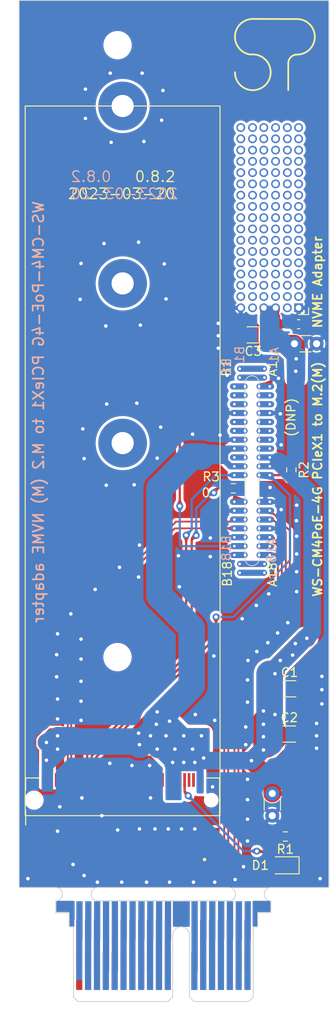
<source format=kicad_pcb>
(kicad_pcb (version 20221018) (generator pcbnew)
  (title_block (title "WS-CM4-PoE-4G PCIeX1 to M.2 (M) NVME adapter") (date "2023-03-20") (rev "0.8.2") (company "Sönke J. Peters"))
  (layers (0 "F.Cu" signal) (31 "B.Cu" signal) (34 "B.Paste" user) (35 "F.Paste" user) (36 "B.SilkS" user "B.Silkscreen") (37 "F.SilkS" user "F.Silkscreen") (38 "B.Mask" user) (39 "F.Mask" user) (44 "Edge.Cuts" user))
  (net 0 "")
  (net 1 "+3.3V")
  (net 2 "GND")
  (net 8 "Net-(J1-~{PERST})")
  (net 9 "/REFCLK_P")
  (net 10 "/REFCLK_N")
  (net 11 "/PER0_P")
  (net 12 "/PER0_N")
  (net 18 "/PET0_P")
  (net 19 "/PET0_N")
  (net 39 "Net-(J1-~{CLKREQ})")
  (net 40 "Net-(J1-~{PEWAKE})")
  (net 46 "Net-(J2-~{PRSNT1})")
  (net 47 "Net-(J2-+12V-PadA2)")
  (net 55 "/pciex1_edgeconn/A1")
  (net 56 "/pciex1_edgeconn/A2")
  (net 57 "/pciex1_edgeconn/A3")
  (net 58 "/pciex1_edgeconn/A5")
  (net 59 "/pciex1_edgeconn/A6")
  (net 60 "/pciex1_edgeconn/A7")
  (net 61 "/pciex1_edgeconn/A8")
  (net 62 "/pciex1_edgeconn/A9")
  (net 63 "/pciex1_edgeconn/A10")
  (net 64 "/pciex1_edgeconn/A11")
  (net 65 "/pciex1_edgeconn/A13")
  (net 66 "/pciex1_edgeconn/A14")
  (net 67 "/pciex1_edgeconn/A16")
  (net 68 "/pciex1_edgeconn/A17")
  (net 69 "/pciex1_edgeconn/B1")
  (net 70 "/pciex1_edgeconn/B2")
  (net 71 "/pciex1_edgeconn/B3")
  (net 72 "/pciex1_edgeconn/B5")
  (net 73 "/pciex1_edgeconn/B6")
  (net 74 "/pciex1_edgeconn/B8")
  (net 75 "/pciex1_edgeconn/B9")
  (net 76 "/pciex1_edgeconn/B10")
  (net 77 "/pciex1_edgeconn/B11")
  (net 78 "/pciex1_edgeconn/B12")
  (net 79 "/pciex1_edgeconn/B14")
  (net 80 "/pciex1_edgeconn/B15")
  (net 81 "/pciex1_edgeconn/B17")
  (net 82 "Net-(D1-A)")
  (net 83 "Net-(J2-RSVD)")
  (footprint "Resistor_SMD:R_0603_1608Metric" (layer "F.Cu") (at 132.4 87.525 -90)
    (fp_text reference "R2")
    (fp_text value "10k")
  )
  (footprint "Library:SP_Logo_10mm" (layer "F.Cu") (at 130.55 40.7)
    (fp_text reference "Logo" hide)
    (fp_text value "SP_Logo_10mm")
  )
  (footprint "Resistor_SMD:R_0603_1608Metric" (layer "F.Cu") (at 131.725 128.85 180)
    (fp_text reference "R1")
    (fp_text value "1k")
  )
  (footprint "Capacitor_SMD:C_1206_3216Metric" (layer "F.Cu") (at 128.1 72.3 180)
    (fp_text reference "C3")
    (fp_text value "100n")
  )
  (footprint "LED_SMD:LED_0805_2012Metric" (layer "F.Cu") (at 131.5875 132.1 180)
    (fp_text reference "D1")
    (fp_text value "LED")
  )
  (footprint "Capacitor_SMD:C_1206_3216Metric" (layer "F.Cu") (at 132.175 117.3)
    (fp_text reference "C2")
    (fp_text value "100n")
  )
  (footprint "Connector_PCBEdge:BUS_PCIexpress_x1" (layer "F.Cu") (at 108.45 143.998597)
    (fp_text reference "J3" hide)
    (fp_text value "Bus_PCI_Express_x1" hide)
    (fp_line (start -0.65 -4.95) (end -0.65 2.95) (stroke (width 0.1)) (layer "Edge.Cuts"))
    (fp_line (start -0.65 2.95) (end -0.15 3.45) (stroke (width 0.1)) (layer "Edge.Cuts"))
    (fp_line (start -0.15 3.45) (end 10.05 3.45) (stroke (width 0.1)) (layer "Edge.Cuts"))
    (fp_line (start 10.55 -4) (end 10.55 2.95) (stroke (width 0.1)) (layer "Edge.Cuts"))
    (fp_line (start 10.55 2.95) (end 10.05 3.45) (stroke (width 0.1)) (layer "Edge.Cuts"))
    (fp_line (start 12.45 -4) (end 12.45 2.95) (stroke (width 0.1)) (layer "Edge.Cuts"))
    (fp_line (start 12.45 2.95) (end 12.95 3.45) (stroke (width 0.1)) (layer "Edge.Cuts"))
    (fp_line (start 12.95 3.45) (end 19.15 3.45) (stroke (width 0.1)) (layer "Edge.Cuts"))
    (fp_line (start 19.65 -4.95) (end 19.65 2.95) (stroke (width 0.1)) (layer "Edge.Cuts"))
    (fp_line (start 19.65 2.95) (end 19.15 3.45) (stroke (width 0.1)) (layer "Edge.Cuts"))
    (fp_arc (start 10.55 -4) (mid 11.5 -4.95) (end 12.45 -4) (stroke (width 0.1)) (layer "Edge.Cuts"))
  )
  (footprint "MountingHole:MountingHole_2.7mm_M2.5_DIN965" (layer "F.Cu") (at 112.769313 108.629542)
    (fp_text reference "Hole1" hide)
    (fp_text value "MountingHole_2.7mm_M2.5_DIN965")
  )
  (footprint "Library:BUS_PCIexpress_x1 hor_1" (layer "F.Cu") (at 127.964341 78.116584 -90)
    (fp_text reference "J2" hide)
    (fp_text value "Bus_PCI_Express_x1")
    (fp_line (start -0.4 0.8) (end 19.4 0.8) (stroke (width 0.1)) (layer "Edge.Cuts"))
    (fp_line (start 19.4 -0.8) (end -0.4 -0.8) (stroke (width 0.1)) (layer "Edge.Cuts"))
    (fp_arc (start -0.4 0.8) (mid -1.2 0) (end -0.4 -0.8) (stroke (width 0.1)) (layer "Edge.Cuts"))
    (fp_arc (start 19.4 -0.8) (mid 20.2 0) (end 19.4 0.8) (stroke (width 0.1)) (layer "Edge.Cuts"))
  )
  (footprint "Capacitor_THT:C_Disc_D3.0mm_W1.6mm_P2.50mm" (layer "F.Cu") (at 132.75 73.3)
    (fp_text reference "C5" hide)
    (fp_text value "100n")
  )
  (footprint "Library:BUS_PCIexpress_x1 SOLDER" (layer "F.Cu") (at 108.475 138.298597)
    (fp_text reference "J4" hide)
    (fp_text value "Bus_PCI_Express_x1")
  )
  (footprint "Library:TE_1-2199230-6 M2 2280" (layer "F.Cu") (at 113.35 124.75 180)
    (fp_text reference "J1" hide)
    (fp_text value "Bus_M.2_Socket_M")
  )
  (footprint "Library:proto112 127" (layer "F.Cu") (at 133.22 69.25 180)
    (fp_text reference "J5" hide)
    (fp_text value "PROTO6x17" hide)
  )
  (footprint "Capacitor_THT:C_Disc_D3.0mm_W1.6mm_P2.50mm" (layer "F.Cu") (at 130.25 124.000001 -90)
    (fp_text reference "C6" hide)
    (fp_text value "100n")
  )
  (footprint "MountingHole:MountingHole_2.7mm_M2.5_DIN965" (layer "F.Cu") (at 112.777363 39.641087)
    (fp_text reference "Hole2" hide)
    (fp_text value "MountingHole_2.7mm_M2.5_DIN965")
  )
  (footprint "Capacitor_SMD:C_0603_1608Metric" (layer "F.Cu") (at 133.225 71.1)
    (fp_text reference "C4" hide)
    (fp_text value "100n")
  )
  (footprint "Resistor_SMD:R_0603_1608Metric" (layer "F.Cu") (at 125.85 89.6)
    (fp_text reference "R3")
    (fp_text value "0")
  )
  (footprint "Capacitor_SMD:C_1206_3216Metric" (layer "F.Cu") (at 132.2 112.2)
    (fp_text reference "C1")
    (fp_text value "100n")
  )
  (gr_line (start 101.65 34.6) (end 101.65 134.6) (stroke (width 0.1)) (layer "Edge.Cuts"))
  (gr_line (start 105.8 137.448597) (end 107.3 137.448597) (stroke (width 0.1)) (layer "Edge.Cuts"))
  (gr_line (start 128.1 139.048597) (end 128.6 139.048597) (stroke (width 0.1)) (layer "Edge.Cuts"))
  (gr_arc (start 125.35 134.6) (mid 126.1 135.35) (end 125.35 136.1) (stroke (width 0.1)) (layer "Edge.Cuts"))
  (gr_line (start 136.65 134.6) (end 136.65 34.6) (stroke (width 0.1)) (layer "Edge.Cuts"))
  (gr_line (start 128.6 137.428597) (end 130.1 137.428597) (stroke (width 0.1)) (layer "Edge.Cuts"))
  (gr_line (start 128.6 139.048597) (end 128.6 137.428597) (stroke (width 0.1)) (layer "Edge.Cuts"))
  (gr_line (start 130.1 134.6) (end 136.65 134.6) (stroke (width 0.1)) (layer "Edge.Cuts"))
  (gr_arc (start 130.1 136.1) (mid 129.35 135.35) (end 130.1 134.6) (stroke (width 0.1)) (layer "Edge.Cuts"))
  (gr_line (start 107.3 139.048597) (end 107.8 139.048597) (stroke (width 0.1)) (layer "Edge.Cuts"))
  (gr_line (start 107.3 139.048597) (end 107.3 137.448597) (stroke (width 0.1)) (layer "Edge.Cuts"))
  (gr_line (start 110.55 136.1) (end 125.35 136.1) (stroke (width 0.1)) (layer "Edge.Cuts"))
  (gr_line (start 125.35 134.6) (end 110.55 134.6) (stroke (width 0.1)) (layer "Edge.Cuts"))
  (gr_line (start 136.65 34.6) (end 101.65 34.6) (stroke (width 0.1)) (layer "Edge.Cuts"))
  (gr_line (start 130.1 137.428597) (end 130.1 136.1) (stroke (width 0.1)) (layer "Edge.Cuts"))
  (gr_arc (start 105.8 134.6) (mid 106.55 135.35) (end 105.8 136.1) (stroke (width 0.1)) (layer "Edge.Cuts"))
  (gr_arc (start 110.55 136.1) (mid 109.8 135.35) (end 110.55 134.6) (stroke (width 0.1)) (layer "Edge.Cuts"))
  (gr_line (start 105.8 136.1) (end 105.8 137.448597) (stroke (width 0.1)) (layer "Edge.Cuts"))
  (gr_line (start 105.8 134.6) (end 101.65 134.6) (stroke (width 0.1)) (layer "Edge.Cuts"))
  (gr_text "${REVISION}\n${ISSUE_DATE}" (at 107.4 57.1) (layer "B.SilkS") (effects (font (size 1.2 1.2)) (justify right bottom mirror)))
  (gr_text "${TITLE}" (at 104.55 81 90) (layer "B.SilkS") (effects (font (size 1.2 1.2) (thickness 0.2) bold) (justify bottom mirror)))
  (gr_text "B1" (at 125.65 74.8 90) (layer "B.SilkS") (effects (font (size 1 1)) (justify left bottom mirror)))
  (gr_text "${REVISION}\n${ISSUE_DATE}" (at 119.4 57.1) (layer "F.SilkS") (effects (font (size 1.2 1.2)) (justify right bottom)))
  (gr_text "WS-CM4PoE-4G PCIeX1 to M.2(M)     NVME Adapter" (at 135.95 81.5 90) (layer "F.SilkS") (effects (font (size 1 1) (thickness 0.2) bold) (justify bottom)))
  (segment (start 131.15 73.3) (end 130.15 72.3) (width 2) (layer "F.Cu") (net 1))
  (segment (start 132.55 128.85) (end 132.65 128.85) (width 0.25) (layer "F.Cu") (net 1))
  (segment (start 129.95 115.3) (end 129.95 115.1) (width 3) (layer "F.Cu") (net 1))
  (segment (start 125.516584 87.116584) (end 126.789341 87.116584) (width 0.7) (layer "F.Cu") (net 1))
  (segment (start 104.875 118.5) (end 105.625 118.5) (width 0.7) (layer "F.Cu") (net 1))
  (segment (start 130.55 110.5) (end 130.65 109.8) (width 2) (layer "F.Cu") (net 1))
  (segment (start 132.45 71.1) (end 130.15 71.1) (width 0.7) (layer "F.Cu") (net 1))
  (segment (start 105.25 117) (end 106.25 117) (width 0.7) (layer "F.Cu") (net 1))
  (segment (start 104.875 119) (end 105.625 119) (width 0.7) (layer "F.Cu") (net 1))
  (segment (start 130.65 109.8) (end 133.95 106.5) (width 2) (layer "F.Cu") (net 1))
  (segment (start 106 119) (end 105.875 119) (width 0.7) (layer "F.Cu") (net 1))
  (segment (start 132.75 73.3) (end 131.15 73.3) (width 2) (layer "F.Cu") (net 1))
  (segment (start 132.95 73.5) (end 132.75 73.3) (width 2) (layer "F.Cu") (net 1))
  (segment (start 124.914341 85.67161) (end 124.914341 86.514341) (width 0.7) (layer "F.Cu") (net 1))
  (segment (start 130.95 86.55) (end 130.95 86.65) (width 0.7) (layer "F.Cu") (net 1))
  (segment (start 104.75 119) (end 104.25 118.5) (width 0.7) (layer "F.Cu") (net 1))
  (segment (start 131.1 86.7) (end 130.95 86.55) (width 0.25) (layer "F.Cu") (net 1))
  (segment (start 104.25 118) (end 105.25 117) (width 0.7) (layer "F.Cu") (net 1))
  (segment (start 130.483416 87.116584) (end 129.964341 87.116584) (width 0.7) (layer "F.Cu") (net 1))
  (segment (start 130.65 110.3) (end 130.55 110.5) (width 2) (layer "F.Cu") (net 1))
  (segment (start 105.125 117.75) (end 105.875 117.75) (width 0.7) (layer "F.Cu") (net 1))
  (segment (start 106.25 119) (end 106 119.25) (width 0.7) (layer "F.Cu") (net 1))
  (segment (start 104.25 118.5) (end 104.25 118) (width 0.7) (layer "F.Cu") (net 1))
  (segment (start 125.964341 85.116584) (end 125.469367 85.116584) (width 0.7) (layer "F.Cu") (net 1))
  (segment (start 130.62 70.63) (end 130.15 71.1) (width 0.7) (layer "F.Cu") (net 1))
  (segment (start 129.95 115) (end 129.95 110.525) (width 3) (layer "F.Cu") (net 1))
  (segment (start 130.15 71.1) (end 130.15 70.4) (width 2) (layer "F.Cu") (net 1))
  (segment (start 130.25 122.5) (end 130.1 122.5) (width 2) (layer "F.Cu") (net 1))
  (segment (start 132.300001 124.000001) (end 130.25 124.000001) (width 0.25) (layer "F.Cu") (net 1))
  (segment (start 104.75 120.25) (end 104.75 119) (width 0.7) (layer "F.Cu") (net 1))
  (segment (start 133.4 125.1) (end 132.300001 124.000001) (width 0.25) (layer "F.Cu") (net 1))
  (segment (start 133.4 128.1) (end 133.4 125.1) (width 0.25) (layer "F.Cu") (net 1))
  (segment (start 127.9 120.3) (end 127.95 120.3) (width 2) (layer "F.Cu") (net 1))
  (segment (start 132.95 75) (end 132.95 73.5) (width 2) (layer "F.Cu") (net 1))
  (segment (start 130.7 117.55) (end 130.7 117.3) (width 2) (layer "F.Cu") (net 1))
  (segment (start 129.29 70.24) (end 130.15 71.1) (width 0.7) (layer "F.Cu") (net 1))
  (segment (start 129.45 116.3) (end 129.45 116) (width 3) (layer "F.Cu") (net 1))
  (segment (start 129.29 69.25) (end 129.29 70.24) (width 0.7) (layer "F.Cu") (net 1))
  (segment (start 105.875 119) (end 105.625 119.25) (width 0.7) (layer "F.Cu") (net 1))
  (segment (start 130.516584 86.116584) (end 130.95 86.55) (width 0.7) (layer "F.Cu") (net 1))
  (segment (start 105.125 118) (end 105.875 118) (width 0.7) (layer "F.Cu") (net 1))
  (segment (start 104.875 119.25) (end 105.625 119.25) (width 0.7) (layer "F.Cu") (net 1))
  (segment (start 132.9 76.4) (end 132.9 75.05) (width 2) (layer "F.Cu") (net 1))
  (segment (start 106 119.25) (end 106 119) (width 0.7) (layer "F.Cu") (net 1))
  (segment (start 130.25 117.7) (end 129.35 117.5) (width 3) (layer "F.Cu") (net 1))
  (segment (start 124.914341 86.514341) (end 125.516584 87.116584) (width 0.7) (layer "F.Cu") (net 1))
  (segment (start 132.65 128.85) (end 133.4 128.1) (width 0.25) (layer "F.Cu") (net 1))
  (segment (start 130.15 72.3) (end 130.15 71.1) (width 2) (layer "F.Cu") (net 1))
  (segment (start 130.62 69.25) (end 130.62 70.63) (width 0.7) (layer "F.Cu") (net 1))
  (segment (start 127.95 120.3) (end 130.7 117.55) (width 2) (layer "F.Cu") (net 1))
  (segment (start 130.1 122.5) (end 127.9 120.3) (width 2) (layer "F.Cu") (net 1))
  (segment (start 125.469367 85.116584) (end 124.914341 85.67161) (width 0.7) (layer "F.Cu") (net 1))
  (segment (start 132.925 74.675) (end 132.925 73.675) (width 2) (layer "F.Cu") (net 1))
  (segment (start 132.4 86.7) (end 131.1 86.7) (width 0.25) (layer "F.Cu") (net 1))
  (segment (start 130.35 117.2) (end 129.45 116.3) (width 3) (layer "F.Cu") (net 1))
  (segment (start 130.25 122.5) (end 130.25 124.000001) (width 2) (layer "F.Cu") (net 1))
  (segment (start 129.6 118.45) (end 130.45 117.6) (width 3) (layer "F.Cu") (net 1))
  (segment (start 129.35 117.4) (end 130.25 117) (width 3) (layer "F.Cu") (net 1))
  (segment (start 130.95 86.65) (end 130.483416 87.116584) (width 0.7) (layer "F.Cu") (net 1))
  (segment (start 130.15 70.4) (end 130.05 70.3) (width 2) (layer "F.Cu") (net 1))
  (segment (start 133.95 106.5) (end 134.15 106.5) (width 2) (layer "F.Cu") (net 1))
  (segment (start 130.7 117.3) (end 130.65 117.25) (width 2) (layer "F.Cu") (net 1))
  (segment (start 106.25 117) (end 106.25 119) (width 0.7) (layer "F.Cu") (net 1))
  (segment (start 129.964341 86.116584) (end 130.516584 86.116584) (width 0.7) (layer "F.Cu") (net 1))
  (via (at 116.5 117.5) (size 0.8) (drill 0.4) (layers "F.Cu" "B.Cu") (net 1))
  (via (at 132.85 107.1) (size 0.8) (drill 0.4) (layers "F.Cu" "B.Cu") (net 1))
  (via (at 130.55 110.5) (size 0.8) (drill 0.4) (layers "F.Cu" "B.Cu") (net 1))
  (via (at 115.15 117.2) (size 0.8) (drill 0.4) (layers "F.Cu" "B.Cu") (net 1))
  (via (at 104.75 118.25) (size 0.8) (drill 0.4) (layers "F.Cu" "B.Cu") (net 1))
  (via (at 129.25 114.7) (size 0.8) (drill 0.4) (layers "F.Cu" "B.Cu") (net 1))
  (via (at 117.25 119) (size 0.8) (drill 0.4) (layers "F.Cu" "B.Cu") (net 1))
  (via (at 131.15 109) (size 0.8) (drill 0.4) (layers "F.Cu" "B.Cu") (net 1))
  (via (at 134.15 106.5) (size 0.8) (drill 0.4) (layers "F.Cu" "B.Cu") (net 1))
  (via (at 121.25 119) (size 0.8) (drill 0.4) (layers "F.Cu" "B.Cu") (net 1))
  (via (at 120.25 120.5) (size 0.8) (drill 0.4) (layers "F.Cu" "B.Cu") (net 1))
  (via (at 120.25 117.5) (size 0.8) (drill 0.4) (layers "F.Cu" "B.Cu") (net 1))
  (via (at 122.5 120) (size 0.8) (drill 0.4) (layers "F.Cu" "B.Cu") (net 1))
  (via (at 117.25 114.8) (size 0.8) (drill 0.4) (layers "F.Cu" "B.Cu") (net 1))
  (via (at 118.65 115.85) (size 0.8) (drill 0.4) (layers "F.Cu" "B.Cu") (net 1))
  (via (at 122.25 117.5) (size 0.8) (drill 0.4) (layers "F.Cu" "B.Cu") (net 1))
  (via (at 119.25 119) (size 0.8) (drill 0.4) (layers "F.Cu" "B.Cu") (net 1))
  (via (at 130.55 115.1) (size 0.8) (drill 0.4) (layers "F.Cu" "B.Cu") (net 1))
  (via (at 118.25 117.5) (size 0.8) (drill 0.4) (layers "F.Cu" "B.Cu") (net 1))
  (via (at 132.55 108.4) (size 0.8) (drill 0.4) (layers "F.Cu" "B.Cu") (net 1))
  (via (at 106 119) (size 0.8) (drill 0.4) (layers "F.Cu" "B.Cu") (net 1))
  (via (at 115.25 118.5) (size 0.8) (drill 0.4) (layers "F.Cu" "B.Cu") (net 1))
  (via (at 106 117.5) (size 0.8) (drill 0.4) (layers "F.Cu" "B.Cu") (net 1))
  (via (at 129.25 116.2) (size 0.8) (drill 0.4) (layers "F.Cu" "B.Cu") (net 1))
  (via (at 127.9 120.3) (size 0.8) (drill 0.4) (layers "F.Cu" "B.Cu") (net 1))
  (via (at 132.9 76.4) (size 0.8) (drill 0.4) (layers "F.Cu" "B.Cu") (net 1))
  (via (at 129.25 117.6) (size 0.8) (drill 0.4) (layers "F.Cu" "B.Cu") (net 1))
  (via (at 121.5 120.5) (size 0.8) (drill 0.4) (layers "F.Cu" "B.Cu") (net 1))
  (via (at 117.15 116.2) (size 0.8) (drill 0.4) (layers "F.Cu" "B.Cu") (net 1))
  (via (at 129.25 119.1) (size 0.8) (drill 0.4) (layers "F.Cu" "B.Cu") (net 1))
  (via (at 132.95 75) (size 0.8) (drill 0.4) (layers "F.Cu" "B.Cu") (net 1))
  (via (at 119 120.5) (size 0.8) (drill 0.4) (layers "F.Cu" "B.Cu") (net 1))
  (via (at 104.75 120.25) (size 0.8) (drill 0.4) (layers "F.Cu" "B.Cu") (net 1))
  (segment (start 104.75 120.6) (end 104.75 120.25) (width 0.7) (layer "B.Cu") (net 1))
  (segment (start 106 119.35) (end 105.35 120) (width 2) (layer "B.Cu") (net 1))
  (segment (start 117.25 119) (end 117.7 119) (width 2) (layer "B.Cu") (net 1))
  (segment (start 116.5 117.5) (end 115.6 118.15) (width 3) (layer "B.Cu") (net 1))
  (segment (start 132.9 86.35) (end 131.825182 87.424818) (width 2) (layer "B.Cu") (net 1))
  (segment (start 123.771766 85.671766) (end 123.8 85.7) (width 2) (layer "B.Cu") (net 1))
  (segment (start 132.9 75.05) (end 132.9 86.35) (width 2) (layer "B.Cu") (net 1))
  (segment (start 121.15 105.35) (end 121.15 111.85) (width 3) (layer "B.Cu") (net 1))
  (segment (start 107.85 117.5) (end 106 117.5) (width 2) (layer "B.Cu") (net 1))
  (segment (start 122.075 86.375) (end 122.214497 86.514497) (width 0.7) (layer "B.Cu") (net 1))
  (segment (start 125.469887 85.11674) (end 125.193314 85.393314) (width 0.7) (layer "B.Cu") (net 1))
  (segment (start 118.25 118.5) (end 118.25 117.5) (width 2) (layer "B.Cu") (net 1))
  (segment (start 115.25 118.5) (end 114.9 118.15) (width 3) (layer "B.Cu") (net 1))
  (segment (start 130.483936 87.11674) (end 129.964861 87.11674) (width 0.7) (layer "B.Cu") (net 1))
  (segment (start 120.2 120.3) (end 121.25 119) (width 2) (layer "B.Cu") (net 1))
  (segment (start 106 119) (end 106 119.35) (width 2) (layer "B.Cu") (net 1))
  (segment (start 119 120.5) (end 119.2 120.5) (width 2) (layer "B.Cu") (net 1))
  (segment (start 105.1 120.25) (end 105.35 120) (width 0.7) (layer "B.Cu") (net 1))
  (segment (start 122.2 120.3) (end 122.5 120) (width 2) (layer "B.Cu") (net 1))
  (segment (start 130.95052 86.650156) (end 130.483936 87.11674) (width 0.7) (layer "B.Cu") (net 1))
  (segment (start 130.95052 86.550156) (end 130.95052 86.650156) (width 0.7) (layer "B.Cu") (net 1))
  (segment (start 124.9 85.671766) (end 124.9 86.514497) (width 0.7) (layer "B.Cu") (net 1))
  (segment (start 124.914861 86.514497) (end 125.517104 87.11674) (width 0.7) (layer "B.Cu") (net 1))
  (segment (start 119.25 119) (end 118.75 119) (width 2) (layer "B.Cu") (net 1))
  (segment (start 117.7 119) (end 119 120.3) (width 2) (layer "B.Cu") (net 1))
  (segment (start 129.95 110.55) (end 134.75 105.75) (width 2) (layer "B.Cu") (net 1))
  (segment (start 115.6 118.15) (end 115.25 118.5) (width 3) (layer "B.Cu") (net 1))
  (segment (start 120.25 120.5) (end 120.2 120.3) (width 2) (layer "B.Cu") (net 1))
  (segment (start 117.1 118.15) (end 116.5 117.5) (width 3) (layer "B.Cu") (net 1))
  (segment (start 125.193314 85.393314) (end 124.050218 85.393314) (width 0.7) (layer "B.Cu") (net 1))
  (segment (start 106 117.5) (end 104.75 118.25) (width 2) (layer "B.Cu") (net 1))
  (segment (start 104.75 118.25) (end 106 119) (width 2) (layer "B.Cu") (net 1))
  (segment (start 132.9 74.65) (end 132.9 74.95) (width 2) (layer "B.Cu") (net 1))
  (segment (start 121.9 120.4) (end 121.8 120.3) (width 2) (layer "B.Cu") (net 1))
  (segment (start 132.9 74.95) (end 132.95 75) (width 2) (layer "B.Cu") (net 1))
  (segment (start 117.15 116.35) (end 117.25 116.25) (width 3) (layer "B.Cu") (net 1))
  (segment (start 122.8 120.3) (end 127.9 120.3) (width 2) (layer "B.Cu") (net 1))
  (segment (start 117.1 118.4) (end 117.25 118.55) (width 2) (layer "B.Cu") (net 1))
  (segment (start 127.9 120.3) (end 129.95 118.25) (width 2) (layer "B.Cu") (net 1))
  (segment (start 134.75 90.349636) (end 131.825182 87.424818) (width 2) (layer "B.Cu") (net 1))
  (segment (start 120.2 120.3) (end 119.4 120.3) (width 2) (layer "B.Cu") (net 1))
  (segment (start 117.5 116.5) (end 117.5 117.75) (width 3) (layer "B.Cu") (net 1))
  (segment (start 124.050218 85.393314) (end 123.771766 85.671766) (width 0.7) (layer "B.Cu") (net 1))
  (segment (start 117.5 117.75) (end 117.1 118.15) (width 3) (layer "B.Cu") (net 1))
  (segment (start 120.775 86.375) (end 117.5 89.65) (width 3) (layer "B.Cu") (net 1))
  (segment (start 125.964341 85.116584) (end 123.333416 85.116584) (width 0.7) (layer "B.Cu") (net 1))
  (segment (start 121.25 119) (end 122.2 120.3) (width 2) (layer "B.Cu") (net 1))
  (segment (start 122.214497 86.514497) (end 124.914861 86.514497) (width 0.7) (layer "B.Cu") (net 1))
  (segment (start 104.75 120.25) (end 105.1 120.25) (width 0.7) (layer "B.Cu") (net 1))
  (segment (start 117.25 118.55) (end 117.25 119) (width 2) (layer "B.Cu") (net 1))
  (segment (start 119.4 119.65) (end 119.25 119.5) (width 2) (layer "B.Cu") (net 1))
  (segment (start 119.4 120.3) (end 119.2 120.5) (width 2) (layer "B.Cu") (net 1))
  (segment (start 117.1 118.15) (end 117.1 118.4) (width 0.7) (layer "B.Cu") (net 1))
  (segment (start 107.2 118.15) (end 107.85 117.5) (width 2) (layer "B.Cu") (net 1))
  (segment (start 122.25 86) (end 120.95 86) (width 3) (layer "B.Cu") (net 1))
  (segment (start 114.9 118.15) (end 107.2 118.15) (width 3) (layer "B.Cu") (net 1))
  (segment (start 123.333416 85.116584) (end 122.778234 85.671766) (width 0.7) (layer "B.Cu") (net 1))
  (segment (start 129.85 71.6) (end 132.9 74.65) (width 2) (layer "B.Cu") (net 1))
  (segment (start 129.22 69.7) (end 129.4 69.88) (width 0.25) (layer "B.Cu") (net 1))
  (segment (start 134.75 105.75) (end 134.75 90.349636) (width 2) (layer "B.Cu") (net 1))
  (segment (start 119 120.3) (end 119 120.5) (width 2) (layer "B.Cu") (net 1))
  (segment (start 122.5 120) (end 122.8 120.3) (width 2) (layer "B.Cu") (net 1))
  (segment (start 125.193314 85.393314) (end 124.914861 85.671766) (width 0.7) (layer "B.Cu") (net 1))
  (segment (start 117.25 117.5) (end 117.5 117.75) (width 2) (layer "B.Cu") (net 1))
  (segment (start 104.8 122.35) (end 104.8 120.55) (width 0.7) (layer "B.Cu") (net 1))
  (segment (start 118.75 119) (end 118.25 118.5) (width 2) (layer "B.Cu") (net 1))
  (segment (start 122.778234 85.671766) (end 123.771766 85.671766) (width 2) (layer "B.Cu") (net 1))
  (segment (start 104.8 120.55) (end 104.75 120.6) (width 0.7) (layer "B.Cu") (net 1))
  (segment (start 132.95 75) (end 132.9 75.05) (width 2) (layer "B.Cu") (net 1))
  (segment (start 117.15 115.85) (end 117.15 116.35) (width 3) (layer "B.Cu") (net 1))
  (segment (start 117.25 116.25) (end 117.5 116.5) (width 3) (layer "B.Cu") (net 1))
  (segment (start 119.4 120.3) (end 119.4 119.65) (width 2) (layer "B.Cu") (net 1))
  (segment (start 121.15 111.85) (end 117.15 115.85) (width 3) (layer "B.Cu") (net 1))
  (segment (start 118.25 117.5) (end 117.25 117.5) (width 2) (layer "B.Cu") (net 1))
  (segment (start 125.517104 87.11674) (end 126.789861 87.11674) (width 0.7) (layer "B.Cu") (net 1))
  (segment (start 117.5 89.65) (end 117.5 101.7) (width 3) (layer "B.Cu") (net 1))
  (segment (start 129.964861 86.11674) (end 130.517104 86.11674) (width 0.7) (layer "B.Cu") (net 1))
  (segment (start 129.95 118.25) (end 129.95 110.55) (width 3) (layer "B.Cu") (net 1))
  (segment (start 125.964861 85.11674) (end 125.469887 85.11674) (width 0.7) (layer "B.Cu") (net 1))
  (segment (start 119.25 119.5) (end 119.25 119) (width 2) (layer "B.Cu") (net 1))
  (segment (start 117.5 101.7) (end 121.15 105.35) (width 3) (layer "B.Cu") (net 1))
  (segment (start 131.825182 87.424818) (end 130.95052 86.550156) (width 2) (layer "B.Cu") (net 1))
  (segment (start 121.8 120.3) (end 121.5 120.5) (width 2) (layer "B.Cu") (net 1))
  (segment (start 129.85 70.2) (end 129.85 71.6) (width 2) (layer "B.Cu") (net 1))
  (segment (start 130.517104 86.11674) (end 130.95052 86.550156) (width 0.7) (layer "B.Cu") (net 1))
  (segment (start 121.5 120.5) (end 120.25 120.5) (width 2) (layer "B.Cu") (net 1))
  (segment (start 122.778234 85.671766) (end 122.075 86.375) (width 2) (layer "B.Cu") (net 1))
  (segment (start 120.6 128.55) (end 120.55 128.5) (width 0.25) (layer "F.Cu") (net 2))
  (segment (start 114.6 131.1) (end 114.6 130.025) (width 0.25) (layer "F.Cu") (net 2))
  (segment (start 113.269034 131.125) (end 114.575 131.125) (width 0.25) (layer "F.Cu") (net 2))
  (segment (start 125.45 143.998597) (end 125.45 138.323597) (width 0.7) (layer "F.Cu") (net 2))
  (segment (start 119.1 130.025) (end 119.1 128.65) (width 0.25) (layer "F.Cu") (net 2))
  (segment (start 111.475 138.298597) (end 111.475 143.973597) (width 0.7) (layer "F.Cu") (net 2))
  (segment (start 111.475 143.973597) (end 111.45 143.998597) (width 0.7) (layer "F.Cu") (net 2))
  (segment (start 105.1 130.025) (end 105.1 131.15) (width 0.25) (layer "F.Cu") (net 2))
  (segment (start 105.1 130.025) (end 105.1 128.9) (width 0.25) (layer "F.Cu") (net 2))
  (segment (start 120.675 131.125) (end 122.075 131.125) (width 0.25) (layer "F.Cu") (net 2))
  (segment (start 117.575 131.125) (end 117.6 131.1) (width 0.25) (layer "F.Cu") (net 2))
  (segment (start 105.1 131.15) (end 105 131.25) (width 0.25) (layer "F.Cu") (net 2))
  (segment (start 110.1 130.025) (end 110.1 128.95) (width 0.25) (layer "F.Cu") (net 2))
  (segment (start 127.448837 138.297509) (end 127.448837 143.972509) (width 0.7) (layer "F.Cu") (net 2))
  (segment (start 114.575 131.125) (end 114.6 131.1) (width 0.25) (layer "F.Cu") (net 2))
  (segment (start 116.2 128.35) (end 116.3 128.35) (width 0.25) (layer "F.Cu") (net 2))
  (segment (start 111.6 130.025) (end 111.6 131.1) (width 0.25) (layer "F.Cu") (net 2))
  (segment (start 115.925 131.125) (end 117.575 131.125) (width 0.25) (layer "F.Cu") (net 2))
  (segment (start 119.1 131.1) (end 119.1 130.025) (width 0.25) (layer "F.Cu") (net 2))
  (segment (start 114.451735 138.297509) (end 114.451735 143.972509) (width 0.7) (layer "F.Cu") (net 2))
  (segment (start 119.075 131.125) (end 119.1 131.1) (width 0.25) (layer "F.Cu") (net 2))
  (segment (start 117.6 131.1) (end 117.6 130.025) (width 0.25) (layer "F.Cu") (net 2))
  (segment (start 116.1 128.45) (end 116.2 128.35) (width 0.25) (layer "F.Cu") (net 2))
  (segment (start 120.575 131.125) (end 120.625 131.075) (width 0.25) (layer "F.Cu") (net 2))
  (segment (start 114.6 130.025) (end 114.6 128.1) (width 0.25) (layer "F.Cu") (net 2))
  (segment (start 120.625 131.075) (end 120.675 131.125) (width 0.25) (layer "F.Cu") (net 2))
  (segment (start 108.6 128.55) (end 108.35 128.3) (width 0.25) (layer "F.Cu") (net 2))
  (segment (start 122.1 131.1) (end 122.1 130.025) (width 0.25) (layer "F.Cu") (net 2))
  (segment (start 117.6 130.025) (end 117.6 128.55) (width 0.25) (layer "F.Cu") (net 2))
  (segment (start 105.1 128.9) (end 105.25 128.75) (width 0.25) (layer "F.Cu") (net 2))
  (segment (start 122.45 143.998597) (end 122.45 138.323597) (width 0.7) (layer "F.Cu") (net 2))
  (segment (start 122.1 130.025) (end 122.1 128.3) (width 0.25) (layer "F.Cu") (net 2))
  (segment (start 110.1 128.95) (end 109.55 128.4) (width 0.25) (layer "F.Cu") (net 2))
  (segment (start 114.6 131.1) (end 114.625 131.125) (width 0.25) (layer "F.Cu") (net 2))
  (segment (start 113.1 130.025) (end 113.1 130.955966) (width 0.25) (layer "F.Cu") (net 2))
  (segment (start 114.625 131.125) (end 115.925 131.125) (width 0.25) (layer "F.Cu") (net 2))
  (segment (start 115.925 131.125) (end 116.1 130.95) (width 0.25) (layer "F.Cu") (net 2))
  (segment (start 108.6 130.025) (end 108.6 128.55) (width 0.25) (layer "F.Cu") (net 2))
  (segment (start 105 131.25) (end 105 131.75) (width 0.25) (layer "F.Cu") (net 2))
  (segment (start 109.55 128.4) (end 109.5 128.4) (width 0.25) (layer "F.Cu") (net 2))
  (segment (start 119.075 131.125) (end 120.575 131.125) (width 0.25) (layer "F.Cu") (net 2))
  (segment (start 111.45 131.25) (end 110.25 131.25) (width 0.25) (layer "F.Cu") (net 2))
  (segment (start 120.625 130.5) (end 120.625 131.075) (width 0.25) (layer "F.Cu") (net 2))
  (segment (start 110.25 131.25) (end 110.1 131.1) (width 0.25) (layer "F.Cu") (net 2))
  (segment (start 110.1 131.1) (end 110.1 130.025) (width 0.25) (layer "F.Cu") (net 2))
  (segment (start 122.075 131.125) (end 122.1 131.1) (width 0.25) (layer "F.Cu") (net 2))
  (segment (start 116.1 130.025) (end 116.1 128.45) (width 0.25) (layer "F.Cu") (net 2))
  (segment (start 113.1 130.955966) (end 113.269034 131.125) (width 0.25) (layer "F.Cu") (net 2))
  (segment (start 117.575 131.125) (end 119.075 131.125) (width 0.25) (layer "F.Cu") (net 2))
  (segment (start 120.6 130.025) (end 120.6 128.55) (width 0.25) (layer "F.Cu") (net 2))
  (segment (start 113.1 130.025) (end 113.1 128.5) (width 0.25) (layer "F.Cu") (net 2))
  (segment (start 111.6 131.1) (end 111.45 131.25) (width 0.25) (layer "F.Cu") (net 2))
  (segment (start 116.1 130.95) (end 116.1 130.025) (width 0.25) (layer "F.Cu") (net 2))
  (via (at 126.85 104.3) (size 0.8) (drill 0.4) (layers "F.Cu" "B.Cu") (net 2))
  (via (at 108.65 106.6) (size 0.8) (drill 0.4) (layers "F.Cu" "B.Cu") (net 2))
  (via (at 117.75 48.1) (size 0.8) (drill 0.4) (layers "F.Cu" "B.Cu") (net 2))
  (via (at 111.55 80.1) (size 0.8) (drill 0.4) (layers "F.Cu" "B.Cu") (net 2))
  (via (at 108.65 115.75) (size 0.8) (drill 0.4) (layers "F.Cu" "B.Cu") (net 2))
  (via (at 102.65 133.6) (size 0.8) (drill 0.4) (layers "F.Cu" "B.Cu") (net 2))
  (via (at 106.25 125.5) (size 0.8) (drill 0.4) (layers "F.Cu" "B.Cu") (net 2))
  (via (at 127.45 126.9) (size 0.8) (drill 0.4) (layers "F.Cu" "B.Cu") (net 2))
  (via (at 107.5 103.75) (size 0.8) (drill 0.4) (layers "F.Cu" "B.Cu") (net 2))
  (via (at 114.65 89.2) (size 0.8) (drill 0.4) (layers "F.Cu" "B.Cu") (net 2))
  (via (at 135.25 117.5) (size 0.8) (drill 0.4) (layers "F.Cu" "B.Cu") (net 2))
  (via (at 117.65 82.7) (size 0.8) (drill 0.4) (layers "F.Cu" "B.Cu") (net 2))
  (via (at 116.5 124.5) (size 0.8) (drill 0.4) (layers "F.Cu" "B.Cu") (net 2))
  (via (at 115.25 96) (size 0.8) (drill 0.4) (layers "F.Cu" "B.Cu") (net 2))
  (via (at 118.05 64.3) (size 0.8) (drill 0.4) (layers "F.Cu" "B.Cu") (net 2))
  (via (at 118.65 134) (size 0.8) (drill 0.4) (layers "F.Cu" "B.Cu") (net 2))
  (via (at 127.5 109) (size 0.8) (drill 0.4) (layers "F.Cu" "B.Cu") (net 2))
  (via (at 124.15 72.4) (size 0.8) (drill 0.4) (layers "F.Cu" "B.Cu") (net 2))
  (via (at 129.85 101.5) (size 0.8) (drill 0.4) (layers "F.Cu" "B.Cu") (net 2))
  (via (at 115.75 50.5) (size 0.8) (drill 0.4) (layers "F.Cu" "B.Cu") (net 2))
  (via (at 123.25 97.3) (size 0.8) (drill 0.4) (layers "F.Cu" "B.Cu") (net 2))
  (via (at 106 106) (size 0.8) (drill 0.4) (layers "F.Cu" "B.Cu") (net 2))
  (via (at 124.15 71) (size 0.8) (drill 0.4) (layers "F.Cu" "B.Cu") (net 2))
  (via (at 105.9 108.35) (size 0.8) (drill 0.4) (layers "F.Cu" "B.Cu") (net 2))
  (via (at 109.15 44.6) (size 0.8) (drill 0.4) (layers "F.Cu" "B.Cu") (net 2))
  (via (at 105.9 110.85) (size 0.8) (drill 0.4) (layers "F.Cu" "B.Cu") (net 2))
  (via (at 114.95 80) (size 0.8) (drill 0.4) (layers "F.Cu" "B.Cu") (net 2))
  (via (at 133 97) (size 0.8) (drill 0.4) (layers "F.Cu" "B.Cu") (net 2))
  (via (at 112.05 50.6) (size 0.8) (drill 0.4) (layers "F.Cu" "B.Cu") (net 2))
  (via (at 117.9 44.75) (size 0.8) (drill 0.4) (layers "F.Cu" "B.Cu") (net 2))
  (via (at 115.35 71.2) (size 0.8) (drill 0.4) (layers "F.Cu" "B.Cu") (net 2))
  (via (at 123.65 108.5) (size 0.8) (drill 0.4) (layers "F.Cu" "B.Cu") (net 2))
  (via (at 135.85 113.9) (size 0.8) (drill 0.4) (layers "F.Cu" "B.Cu") (net 2))
  (via (at 110.5 134) (size 0.8) (drill 0.4) (layers "F.Cu" "B.Cu") (net 2))
  (via (at 123.25 95.2) (size 0.8) (drill 0.4) (layers "F.Cu" "B.Cu") (net 2))
  (via (at 130.85 105.9) (size 0.8) (drill 0.4) (layers "F.Cu" "B.Cu") (net 2))
  (via (at 120 128) (size 0.8) (drill 0.4) (layers "F.Cu" "B.Cu") (net 2))
  (via (at 108.65 113.6) (size 0.8) (drill 0.4) (layers "F.Cu" "B.Cu") (net 2))
  (via (at 123.75 115.75) (size 0.8) (drill 0.4) (layers "F.Cu" "B.Cu") (net 2))
  (via (at 111.45 71.3) (size 0.8) (drill 0.4) (layers "F.Cu" "B.Cu") (net 2))
  (via (at 109 86.25) (size 0.8) (drill 0.4) (layers "F.Cu" "B.Cu") (net 2))
  (via (at 118.5 128) (size 0.8) (drill 0.4) (layers "F.Cu" "B.Cu") (net 2))
  (via (at 133 99) (size 0.8) (drill 0.4) (layers "F.Cu" "B.Cu") (net 2))
  (via (at 133 95) (size 0.8) (drill 0.4) (layers "F.Cu" "B.Cu") (net 2))
  (via (at 131.15 81.2) (size 0.8) (drill 0.4) (layers "F.Cu" "B.Cu") (net 2))
  (via (at 110.25 101) (size 0.8) (drill 0.4) (layers "F.Cu" "B.Cu") (net 2))
  (via (at 125.15 76.85) (size 0.8) (drill 0.4) (layers "F.Cu" "B.Cu") (net 2))
  (via (at 131.25 92) (size 0.8) (drill 0.4) (layers "F.Cu" "B.Cu") (net 2))
  (via (at 111.25 62) (size 0.8) (drill 0.4) (layers "F.Cu" "B.Cu") (net 2))
  (via (at 119.75 100.7) (size 0.8) (drill 0.4) (layers "F.Cu" "B.Cu") (net 2))
  (via (at 111.5 89.25) (size 0.8) (drill 0.4) (layers "F.Cu" "B.Cu") (net 2))
  (via (at 111.95 42.8) (size 0.8) (drill 0.4) (layers "F.Cu" "B.Cu") (net 2))
  (via (at 111 126.5) (size 0.8) (drill 0.4) (layers "F.Cu" "B.Cu") (net 2))
  (via (at 131.25 84.7) (size 0.8) (drill 0.4) (layers "F.Cu" "B.Cu") (net 2))
  (via (at 133 101.25) (size 0.8) (drill 0.4) (layers "F.Cu" "B.Cu") (net 2))
  (via (at 123.75 134) (size 0.8) (drill 0.4) (layers "F.Cu" "B.Cu") (net 2))
  (via (at 108.85 82.9) (size 0.8) (drill 0.4) (layers "F.Cu" "B.Cu") (net 2))
  (via (at 121.55 115.1) (size 0.8) (drill 0.4) (layers "F.Cu" "B.Cu") (net 2))
  (via (at 117 128) (size 0.8) (drill 0.4) (layers "F.Cu" "B.Cu") (net 2))
  (via (at 121.25 83.5) (size 0.8) (drill 0.4) (layers "F.Cu" "B.Cu") (net 2))
  (via (at 116.05 134) (size 0.8) (drill 0.4) (layers "F.Cu" "B.Cu") (net 2))
  (via (at 127.45 113.7) (size 0.8) (drill 0.4) (layers "F.Cu" "B.Cu") (net 2))
  (via (at 116.4 120.85) (size 0.8) (drill 0.4) (layers "F.Cu" "B.Cu") (net 2))
  (via (at 106 113.35) (size 0.8) (drill 0.4) (layers "F.Cu" "B.Cu") (net 2))
  (via (at 121.5 128) (size 0.8) (drill 0.4) (layers "F.Cu" "B.Cu") (net 2))
  (via (at 127 132.25) (size 0.8) (drill 0.4) (layers "F.Cu" "B.Cu") (net 2))
  (via (at 115.15 99.6) (size 0.8) (drill 0.4) (layers "F.Cu" "B.Cu") (net 2))
  (via (at 113.25 134) (size 0.8) (drill 0.4) (layers "F.Cu" "B.Cu") (net 2))
  (via (at 115.15 61.85) (size 0.8) (drill 0.4) (layers "F.Cu" "B.Cu") (net 2))
  (via (at 128.5 108) (size 0.8) (drill 0.4) (layers "F.Cu" "B.Cu") (net 2))
  (via (at 114.4 120.85) (size 0.8) (drill 0.4) (layers "F.Cu" "B.Cu") (net 2))
  (via (at 127.45 124.7) (size 0.8) (drill 0.4) (layers "F.Cu" "B.Cu") (net 2))
  (via (at 132 104.75) (size 0.8) (drill 0.4) (layers "F.Cu" "B.Cu") (net 2))
  (via (at 135.25 118.9) (size 0.8) (drill 0.4) (layers "F.Cu" "B.Cu") (net 2))
  (via (at 108.75 124.5) (size 0.8) (drill 0.4) (layers "F.Cu" "B.Cu") (net 2))
  (via (at 135.85 112.3) (size 0.8) (drill 0.4) (layers "F.Cu" "B.Cu") (net 2))
  (via (at 130 89.5) (size 0.8) (drill 0.4) (layers "F.Cu" "B.Cu") (net 2))
  (via (at 132.9745 93.25) (size 0.8) (drill 0.4) (layers "F.Cu" "B.Cu") (net 2))
  (via (at 121.35 134) (size 0.8) (drill 0.4) (layers "F.Cu" "B.Cu") (net 2))
  (via (at 127.45 129.356127) (size 0.8) (drill 0.4) (layers "F.Cu" "B.Cu") (net 2))
  (via (at 111.9 120.6) (size 0.8) (drill 0.4) (layers "F.Cu" "B.Cu") (net 2))
  (via (at 130.95 77.2) (size 0.8) (drill 0.4) (layers "F.Cu" "B.Cu") (net 2))
  (via (at 108.65 108.85) (size 0.8) (drill 0.4) (layers "F.Cu" "B.Cu") (net 2))
  (via (at 107.75 132) (size 0.8) (drill 0.4) (layers "F.Cu" "B.Cu") (net 2))
  (via (at 129.75 107) (size 0.8) (drill 0.4) (layers "F.Cu" "B.Cu") (net 2))
  (via (at 117.25 86.2) (size 0.8) (drill 0.4) (layers "F.Cu" "B.Cu") (net 2))
  (via (at 115.55 42.8) (size 0.8) (drill 0.4) (layers "F.Cu" "B.Cu") (net 2))
  (via (at 127.25 118.5) (size 0.8) (drill 0.4) (layers "F.Cu" "B.Cu") (net 2))
  (via (at 108.65 111.35) (size 0.8) (drill 0.4) (layers "F.Cu" "B.Cu") (net 2))
  (via (at 108.65 64.25) (size 0.8) (drill 0.4) (layers "F.Cu" "B.Cu") (net 2))
  (via (at 109.15 47.9) (size 0.8) (drill 0.4) (layers "F.Cu" "B.Cu") (net 2))
  (via (at 108.55 68.3) (size 0.8) (drill 0.4) (layers "F.Cu" "B.Cu") (net 2))
  (via (at 119.65 97.2) (size 0.8) (drill 0.4) (layers "F.Cu" "B.Cu") (net 2))
  (via (at 118.25 68.25) (size 0.8) (drill 0.4) (layers "F.Cu" "B.Cu") (net 2))
  (via (at 127.45 122.4) (size 0.8) (drill 0.4) (layers "F.Cu" "B.Cu") (net 2))
  (via (at 115.25 128) (size 0.8) (drill 0.4) (layers "F.Cu" "B.Cu") (net 2))
  (via (at 133 91.5) (size 0.8) (drill 0.4) (layers "F.Cu" "B.Cu") (net 2))
  (via (at 135.65 133.6) (size 0.8) (drill 0.4) (layers "F.Cu" "B.Cu") (net 2))
  (via (at 124.15 73.8) (size 0.8) (drill 0.4) (layers "F.Cu" "B.Cu") (net 2))
  (via (at 123.5 123.25) (size 0.8) (drill 0.4) (layers "F.Cu" "B.Cu") (net 2))
  (via (at 126.05 133.7) (size 0.8) (drill 0.4) (layers "F.Cu" "B.Cu") (net 2))
  (via (at 135.85 110.8) (size 0.8) (drill 0.4) (layers "F.Cu" "B.Cu") (net 2))
  (via (at 127.25 116.5) (size 0.8) (drill 0.4) (layers "F.Cu" "B.Cu") (net 2))
  (via (at 109 133.25) (size 0.8) (drill 0.4) (layers "F.Cu" "B.Cu") (net 2))
  (via (at 106 115.6) (size 0.8) (drill 0.4) (layers "F.Cu" "B.Cu") (net 2))
  (via (at 113 98.5) (size 0.8) (drill 0.4) (layers "F.Cu" "B.Cu") (net 2))
  (via (at 135.25 116.1) (size 0.8) (drill 0.4) (layers "F.Cu" "B.Cu") (net 2))
  (via (at 127.45 111.2) (size 0.8) (drill 0.4) (layers "F.Cu" "B.Cu") (net 2))
  (via (at 106 128.25) (size 0.8) (drill 0.4) (layers "F.Cu" "B.Cu") (net 2))
  (via (at 112.786793 128.11745) (size 0.8) (drill 0.4) (layers "F.Cu" "B.Cu") (net 2))
  (via (at 124.35 83.6) (size 0.8) (drill 0.4) (layers "F.Cu" "B.Cu") (net 2))
  (via (at 128.45 102.8) (size 0.8) (drill 0.4) (layers "F.Cu" "B.Cu") (net 2))
  (segment (start 124.44856 138.297509) (end 124.44856 143.972509) (width 0.7) (layer "B.Cu") (net 2))
  (segment (start 121.475 143.973597) (end 121.45 143.998597) (width 0.7) (layer "B.Cu") (net 2))
  (segment (start 111.475 143.973597) (end 111.45 143.998597) (width 0.7) (layer "B.Cu") (net 2))
  (segment (start 111.475 138.298597) (end 111.475 143.973597) (width 0.7) (layer "B.Cu") (net 2))
  (segment (start 121.475 138.298597) (end 121.475 143.973597) (width 0.7) (layer "B.Cu") (net 2))
  (segment (start 127.448837 138.297509) (end 127.448837 143.972509) (width 0.7) (layer "B.Cu") (net 2))
  (segment (start 132.4 88.35) (end 132.166584 88.116584) (width 0.25) (layer "F.Cu") (net 8))
  (segment (start 123.9 106.37138) (end 123.9 104.1) (width 0.25) (layer "F.Cu") (net 8))
  (segment (start 110.35 119.92138) (end 123.9 106.37138) (width 0.25) (layer "F.Cu") (net 8))
  (segment (start 132.166584 88.116584) (end 129.964341 88.116584) (width 0.25) (layer "F.Cu") (net 8))
  (segment (start 110.35 122.475) (end 110.35 119.92138) (width 0.25) (layer "F.Cu") (net 8))
  (via (at 123.9 104.1) (size 0.8) (drill 0.4) (layers "F.Cu" "B.Cu") (net 8))
  (segment (start 129.964341 88.116584) (end 132.25 90.402243) (width 0.25) (layer "B.Cu") (net 8))
  (segment (start 132.25 90.402243) (end 132.25 97.7) (width 0.25) (layer "B.Cu") (net 8))
  (segment (start 125.85 104.1) (end 123.9 104.1) (width 0.25) (layer "B.Cu") (net 8))
  (segment (start 132.25 97.7) (end 125.85 104.1) (width 0.25) (layer "B.Cu") (net 8))
  (segment (start 130.38358 92.466584) (end 130.764341 92.847345) (width 0.2) (layer "F.Cu") (net 9))
  (segment (start 126.425 108.4932) (end 126.425 131.0932) (width 0.2) (layer "F.Cu") (net 9))
  (segment (start 130.764341 92.847345) (end 130.764341 92.916584) (width 0.2) (layer "F.Cu") (net 9))
  (segment (start 130.314341 92.466584) (end 130.38358 92.466584) (width 0.2) (layer "F.Cu") (net 9))
  (segment (start 110.6568 133.075) (end 109.125 131.5432) (width 0.2) (layer "F.Cu") (net 9))
  (segment (start 109.125 131.212501) (end 109.1 131.187501) (width 0.2) (layer "F.Cu") (net 9))
  (segment (start 129.964341 92.116584) (end 130.314341 92.466584) (width 0.2) (layer "F.Cu") (net 9))
  (segment (start 109.1 131.187501) (end 109.1 130.025) (width 0.2) (layer "F.Cu") (net 9))
  (segment (start 109.125 131.5432) (end 109.125 131.212501) (width 0.2) (layer "F.Cu") (net 9))
  (segment (start 130.764341 92.916584) (end 132.225 94.377243) (width 0.2) (layer "F.Cu") (net 9))
  (segment (start 124.4432 133.075) (end 110.6568 133.075) (width 0.2) (layer "F.Cu") (net 9))
  (segment (start 132.225 102.6932) (end 126.425 108.4932) (width 0.2) (layer "F.Cu") (net 9))
  (segment (start 132.225 94.377243) (end 132.225 102.6932) (width 0.2) (layer "F.Cu") (net 9))
  (segment (start 126.425 131.0932) (end 124.4432 133.075) (width 0.2) (layer "F.Cu") (net 9))
  (segment (start 109.575 131.3568) (end 110.8432 132.625) (width 0.2) (layer "F.Cu") (net 10))
  (segment (start 128.373008 105.908796) (end 128.373009 105.908794) (width 0.2) (layer "F.Cu") (net 10))
  (segment (start 128.938695 105.060264) (end 128.938695 105.060265) (width 0.2) (layer "F.Cu") (net 10))
  (segment (start 125.975 108.3068) (end 127.6659 106.6159) (width 0.2) (layer "F.Cu") (net 10))
  (segment (start 130.635755 103.363204) (end 130.635755 103.363205) (width 0.2) (layer "F.Cu") (net 10))
  (segment (start 130.070068 104.211736) (end 130.070069 104.211734) (width 0.2) (layer "F.Cu") (net 10))
  (segment (start 110.8432 132.625) (end 124.2568 132.625) (width 0.2) (layer "F.Cu") (net 10))
  (segment (start 131.775 102.5068) (end 131.775 94.56364) (width 0.2) (layer "F.Cu") (net 10))
  (segment (start 130.918599 103.363204) (end 131.775 102.5068) (width 0.2) (layer "F.Cu") (net 10))
  (segment (start 129.221539 105.060264) (end 129.36296 104.91884) (width 0.2) (layer "F.Cu") (net 10))
  (segment (start 109.6 130.025) (end 109.6 131.187501) (width 0.2) (layer "F.Cu") (net 10))
  (segment (start 125.975 130.9068) (end 125.975 108.3068) (width 0.2) (layer "F.Cu") (net 10))
  (segment (start 128.090165 105.908794) (end 128.090165 105.908795) (width 0.2) (layer "F.Cu") (net 10))
  (segment (start 129.221538 105.060266) (end 129.221539 105.060264) (width 0.2) (layer "F.Cu") (net 10))
  (segment (start 130.070069 104.211734) (end 130.21149 104.07031) (width 0.2) (layer "F.Cu") (net 10))
  (segment (start 130.918598 103.363206) (end 130.918599 103.363204) (width 0.2) (layer "F.Cu") (net 10))
  (segment (start 129.362961 104.353155) (end 129.36296 104.353156) (width 0.2) (layer "F.Cu") (net 10))
  (segment (start 129.787225 104.211734) (end 129.787225 104.211735) (width 0.2) (layer "F.Cu") (net 10))
  (segment (start 131.775 94.56364) (end 130.327944 93.116584) (width 0.2) (layer "F.Cu") (net 10))
  (segment (start 127.6659 106.050216) (end 127.807323 105.908794) (width 0.2) (layer "F.Cu") (net 10))
  (segment (start 130.327944 93.116584) (end 129.964341 93.116584) (width 0.2) (layer "F.Cu") (net 10))
  (segment (start 129.36296 104.353156) (end 129.504383 104.211734) (width 0.2) (layer "F.Cu") (net 10))
  (segment (start 128.51443 105.201686) (end 128.655853 105.060264) (width 0.2) (layer "F.Cu") (net 10))
  (segment (start 124.2568 132.625) (end 125.975 130.9068) (width 0.2) (layer "F.Cu") (net 10))
  (segment (start 127.665901 106.050215) (end 127.6659 106.050216) (width 0.2) (layer "F.Cu") (net 10))
  (segment (start 128.373009 105.908794) (end 128.51443 105.76737) (width 0.2) (layer "F.Cu") (net 10))
  (segment (start 109.575 131.212501) (end 109.575 131.3568) (width 0.2) (layer "F.Cu") (net 10))
  (segment (start 130.21149 103.504626) (end 130.352913 103.363204) (width 0.2) (layer "F.Cu") (net 10))
  (segment (start 128.514431 105.201685) (end 128.51443 105.201686) (width 0.2) (layer "F.Cu") (net 10))
  (segment (start 130.211491 103.504625) (end 130.21149 103.504626) (width 0.2) (layer "F.Cu") (net 10))
  (segment (start 109.6 131.187501) (end 109.575 131.212501) (width 0.2) (layer "F.Cu") (net 10))
  (arc (start 130.352913 103.363204) (mid 130.494333 103.304627) (end 130.635755 103.363204) (width 0.2) (layer "F.Cu") (net 10))
  (arc (start 127.6659 106.333058) (mid 127.607322 106.191636) (end 127.665901 106.050215) (width 0.2) (layer "F.Cu") (net 10))
  (arc (start 128.51443 105.484528) (mid 128.455852 105.343106) (end 128.514431 105.201685) (width 0.2) (layer "F.Cu") (net 10))
  (arc (start 129.36296 104.635998) (mid 129.304382 104.494576) (end 129.362961 104.353155) (width 0.2) (layer "F.Cu") (net 10))
  (arc (start 130.21149 104.07031) (mid 130.270069 103.928888) (end 130.21149 103.787468) (width 0.2) (layer "F.Cu") (net 10))
  (arc (start 128.51443 105.76737) (mid 128.573009 105.625948) (end 128.51443 105.484528) (width 0.2) (layer "F.Cu") (net 10))
  (arc (start 127.6659 106.6159) (mid 127.724479 106.474478) (end 127.6659 106.333058) (width 0.2) (layer "F.Cu") (net 10))
  (arc (start 129.504383 104.211734) (mid 129.645803 104.153157) (end 129.787225 104.211734) (width 0.2) (layer "F.Cu") (net 10))
  (arc (start 128.938695 105.060265) (mid 129.080116 105.118844) (end 129.221538 105.060266) (width 0.2) (layer "F.Cu") (net 10))
  (arc (start 130.21149 103.787468) (mid 130.152912 103.646046) (end 130.211491 103.504625) (width 0.2) (layer "F.Cu") (net 10))
  (arc (start 129.787225 104.211735) (mid 129.928646 104.270314) (end 130.070068 104.211736) (width 0.2) (layer "F.Cu") (net 10))
  (arc (start 129.36296 104.91884) (mid 129.421539 104.777418) (end 129.36296 104.635998) (width 0.2) (layer "F.Cu") (net 10))
  (arc (start 128.090165 105.908795) (mid 128.231586 105.967374) (end 128.373008 105.908796) (width 0.2) (layer "F.Cu") (net 10))
  (arc (start 127.807323 105.908794) (mid 127.948743 105.850217) (end 128.090165 105.908794) (width 0.2) (layer "F.Cu") (net 10))
  (arc (start 128.655853 105.060264) (mid 128.797273 105.001687) (end 128.938695 105.060264) (width 0.2) (layer "F.Cu") (net 10))
  (arc (start 130.635755 103.363205) (mid 130.777176 103.421784) (end 130.918598 103.363206) (width 0.2) (layer "F.Cu") (net 10))
  (segment (start 113.032298 132.125) (end 112.125 131.217702) (width 0.2) (layer "F.Cu") (net 11))
  (segment (start 125.275 130.7932) (end 123.9432 132.125) (width 0.2) (layer "F.Cu") (net 11))
  (segment (start 130.763778 95.391583) (end 131.325 95.952805) (width 0.2) (layer "F.Cu") (net 11))
  (segment (start 125.275 107.8432) (end 125.275 130.7932) (width 0.2) (layer "F.Cu") (net 11))
  (segment (start 112.125 131.217702) (end 112.125 130.675) (width 0.2) (layer "F.Cu") (net 11))
  (segment (start 129.964341 95.116584) (end 130.23934 95.391583) (width 0.2) (layer "F.Cu") (net 11))
  (segment (start 130.23934 95.391583) (end 130.763778 95.391583) (width 0.2) (layer "F.Cu") (net 11))
  (segment (start 123.9432 132.125) (end 113.032298 132.125) (width 0.2) (layer "F.Cu") (net 11))
  (segment (start 112.1 130.65) (end 112.1 130.025) (width 0.2) (layer "F.Cu") (net 11))
  (segment (start 131.325 101.7932) (end 125.275 107.8432) (width 0.2) (layer "F.Cu") (net 11))
  (segment (start 112.125 130.675) (end 112.1 130.65) (width 0.2) (layer "F.Cu") (net 11))
  (segment (start 131.325 95.952805) (end 131.325 101.7932) (width 0.2) (layer "F.Cu") (net 11))
  (segment (start 125.2909 106.766636) (end 125.137672 106.613408) (width 0.2) (layer "F.Cu") (net 12))
  (segment (start 125.137672 106.189144) (end 125.137674 106.189143) (width 0.2) (layer "F.Cu") (net 12))
  (segment (start 112.575 131.031302) (end 113.218698 131.675) (width 0.2) (layer "F.Cu") (net 12))
  (segment (start 126.13943 106.342371) (end 126.13943 106.34237) (width 0.2) (layer "F.Cu") (net 12))
  (segment (start 130.23934 95.841585) (end 129.964341 96.116584) (width 0.2) (layer "F.Cu") (net 12))
  (segment (start 126.987961 105.493842) (end 126.98796 105.493841) (width 0.2) (layer "F.Cu") (net 12))
  (segment (start 112.6 130.025) (end 112.6 130.65) (width 0.2) (layer "F.Cu") (net 12))
  (segment (start 125.561938 106.189143) (end 125.715167 106.342372) (width 0.2) (layer "F.Cu") (net 12))
  (segment (start 124.825 130.6068) (end 124.825 107.6568) (width 0.2) (layer "F.Cu") (net 12))
  (segment (start 113.218698 131.675) (end 123.7568 131.675) (width 0.2) (layer "F.Cu") (net 12))
  (segment (start 126.98796 105.493841) (end 130.875 101.6068) (width 0.2) (layer "F.Cu") (net 12))
  (segment (start 126.410468 105.340613) (end 126.563697 105.493842) (width 0.2) (layer "F.Cu") (net 12))
  (segment (start 130.875 96.139205) (end 130.57738 95.841585) (width 0.2) (layer "F.Cu") (net 12))
  (segment (start 125.986202 105.340614) (end 125.986204 105.340613) (width 0.2) (layer "F.Cu") (net 12))
  (segment (start 126.139431 106.342372) (end 126.13943 106.342371) (width 0.2) (layer "F.Cu") (net 12))
  (segment (start 126.13943 105.918106) (end 125.986202 105.764878) (width 0.2) (layer "F.Cu") (net 12))
  (segment (start 124.825 107.6568) (end 125.2909 107.1909) (width 0.2) (layer "F.Cu") (net 12))
  (segment (start 112.6 130.65) (end 112.575 130.675) (width 0.2) (layer "F.Cu") (net 12))
  (segment (start 112.575 130.675) (end 112.575 131.031302) (width 0.2) (layer "F.Cu") (net 12))
  (segment (start 130.57738 95.841585) (end 130.23934 95.841585) (width 0.2) (layer "F.Cu") (net 12))
  (segment (start 130.875 101.6068) (end 130.875 96.139205) (width 0.2) (layer "F.Cu") (net 12))
  (segment (start 123.7568 131.675) (end 124.825 130.6068) (width 0.2) (layer "F.Cu") (net 12))
  (arc (start 126.13943 106.34237) (mid 126.227298 106.130238) (end 126.13943 105.918106) (width 0.2) (layer "F.Cu") (net 12))
  (arc (start 125.137674 106.189143) (mid 125.349806 106.101275) (end 125.561938 106.189143) (width 0.2) (layer "F.Cu") (net 12))
  (arc (start 126.563697 105.493842) (mid 126.775829 105.58171) (end 126.987961 105.493842) (width 0.2) (layer "F.Cu") (net 12))
  (arc (start 125.2909 107.1909) (mid 125.378768 106.978768) (end 125.2909 106.766636) (width 0.2) (layer "F.Cu") (net 12))
  (arc (start 125.715167 106.342372) (mid 125.927299 106.43024) (end 126.139431 106.342372) (width 0.2) (layer "F.Cu") (net 12))
  (arc (start 125.986204 105.340613) (mid 126.198336 105.252745) (end 126.410468 105.340613) (width 0.2) (layer "F.Cu") (net 12))
  (arc (start 125.137672 106.613408) (mid 125.049804 106.401276) (end 125.137672 106.189144) (width 0.2) (layer "F.Cu") (net 12))
  (arc (start 125.986202 105.764878) (mid 125.898334 105.552746) (end 125.986202 105.340614) (width 0.2) (layer "F.Cu") (net 12))
  (segment (start 125.730925 93.35) (end 125.964341 93.116584) (width 0.2) (layer "F.Cu") (net 18))
  (segment (start 110.6 128.54678) (end 107.150499 125.097279) (width 0.2) (layer "F.Cu") (net 18))
  (segment (start 110.6 130.025) (end 110.6 128.54678) (width 0.2) (layer "F.Cu") (net 18))
  (segment (start 119.3818 93.35) (end 125.730925 93.35) (width 0.2) (layer "F.Cu") (net 18))
  (segment (start 107.150499 105.581301) (end 119.3818 93.35) (width 0.2) (layer "F.Cu") (net 18))
  (segment (start 107.150499 125.097279) (end 107.150499 105.581301) (width 0.2) (layer "F.Cu") (net 18))
  (segment (start 107.55 105.8182) (end 107.55 124.9318) (width 0.2) (layer "F.Cu") (net 19))
  (segment (start 111.1 128.4818) (end 111.1 130.025) (width 0.2) (layer "F.Cu") (net 19))
  (segment (start 118.676 94.6922) (end 107.55 105.8182) (width 0.2) (layer "F.Cu") (net 19))
  (segment (start 125.964341 94.116584) (end 119.25 94.116584) (width 0.2) (layer "F.Cu") (net 19))
  (segment (start 109.158364 126.1159) (end 109.223386 126.050879) (width 0.2) (layer "F.Cu") (net 19))
  (segment (start 109.647649 126.475144) (end 109.64765 126.475143) (width 0.2) (layer "F.Cu") (net 19))
  (segment (start 109.64765 126.475143) (end 109.582627 126.540163) (width 0.2) (layer "F.Cu") (net 19))
  (segment (start 109.158365 126.115899) (end 109.158364 126.1159) (width 0.2) (layer "F.Cu") (net 19))
  (segment (start 109.582627 126.964427) (end 109.582628 126.964428) (width 0.2) (layer "F.Cu") (net 19))
  (segment (start 119.25 94.116584) (end 119.15 94.2) (width 0.2) (layer "F.Cu") (net 19))
  (segment (start 119.15 94.2) (end 118.676 94.6922) (width 0.2) (layer "F.Cu") (net 19))
  (segment (start 107.55 124.9318) (end 108.7341 126.1159) (width 0.2) (layer "F.Cu") (net 19))
  (segment (start 109.582628 126.964428) (end 111.1 128.4818) (width 0.2) (layer "F.Cu") (net 19))
  (arc (start 108.7341 126.1159) (mid 108.946234 126.203769) (end 109.158365 126.115899) (width 0.2) (layer "F.Cu") (net 19))
  (arc (start 109.223386 126.050879) (mid 109.435518 125.963011) (end 109.64765 126.050879) (width 0.2) (layer "F.Cu") (net 19))
  (arc (start 109.64765 126.050879) (mid 109.735517 126.263011) (end 109.647649 126.475144) (width 0.2) (layer "F.Cu") (net 19))
  (arc (start 109.582627 126.540163) (mid 109.494759 126.752295) (end 109.582627 126.964427) (width 0.2) (layer "F.Cu") (net 19))
  (segment (start 121.15 95.426426) (end 121.658845 94.917581) (width 0.25) (layer "F.Cu") (net 39))
  (segment (start 109.85 122.475) (end 109.85 119.78569) (width 0.25) (layer "F.Cu") (net 39))
  (segment (start 123.65 90.1) (end 124.15 89.6) (width 0.25) (layer "F.Cu") (net 39))
  (segment (start 121.15 108.48569) (end 121.15 95.426426) (width 0.25) (layer "F.Cu") (net 39))
  (segment (start 124.15 89.6) (end 125.025 89.6) (width 0.25) (layer "F.Cu") (net 39))
  (segment (start 109.85 119.78569) (end 121.15 108.48569) (width 0.25) (layer "F.Cu") (net 39))
  (via (at 121.658845 94.917581) (size 0.8) (drill 0.4) (layers "F.Cu" "B.Cu") (net 39))
  (via (at 123.65 90.1) (size 0.8) (drill 0.4) (layers "F.Cu" "B.Cu") (net 39))
  (segment (start 123.65 90.1) (end 123.4 90.1) (width 0.25) (layer "B.Cu") (net 39))
  (segment (start 123.4 90.1) (end 121.658845 91.841155) (width 0.25) (layer "B.Cu") (net 39))
  (segment (start 121.658845 91.841155) (end 121.658845 94.917581) (width 0.25) (layer "B.Cu") (net 39))
  (segment (start 109.35 122.475) (end 109.35 119.65) (width 0.25) (layer "F.Cu") (net 40))
  (segment (start 109.35 119.65) (end 120.5245 108.4755) (width 0.25) (layer "F.Cu") (net 40))
  (segment (start 120.5245 108.4755) (end 120.5245 94.885746) (width 0.25) (layer "F.Cu") (net 40))
  (via (at 120.5245 94.885746) (size 0.8) (drill 0.4) (layers "F.Cu" "B.Cu") (net 40))
  (segment (start 123.883416 88.116584) (end 121.15 90.85) (width 0.25) (layer "B.Cu") (net 40))
  (segment (start 121.15 94.260246) (end 120.5245 94.885746) (width 0.25) (layer "B.Cu") (net 40))
  (segment (start 121.15 90.85) (end 121.15 94.260246) (width 0.25) (layer "B.Cu") (net 40))
  (segment (start 125.964341 88.116584) (end 123.883416 88.116584) (width 0.25) (layer "B.Cu") (net 40))
  (segment (start 119.8 78.2) (end 119.8 91.6) (width 0.25) (layer "F.Cu") (net 46))
  (segment (start 129.35 74.9) (end 123.1 74.9) (width 0.25) (layer "F.Cu") (net 46))
  (segment (start 130.15 77.930925) (end 130.15 75.7) (width 0.25) (layer "F.Cu") (net 46))
  (segment (start 129.964341 78.116584) (end 130.15 77.930925) (width 0.25) (layer "F.Cu") (net 46))
  (segment (start 123.1 74.9) (end 119.8 78.2) (width 0.25) (layer "F.Cu") (net 46))
  (segment (start 130.15 75.7) (end 129.35 74.9) (width 0.25) (layer "F.Cu") (net 46))
  (via (at 119.8 91.6) (size 0.8) (drill 0.4) (layers "F.Cu" "B.Cu") (net 46))
  (segment (start 119.8 95.933168) (end 119.8 91.6) (width 0.25) (layer "B.Cu") (net 46))
  (segment (start 119.983416 96.116584) (end 119.8 95.933168) (width 0.25) (layer "B.Cu") (net 46))
  (segment (start 125.964341 96.116584) (end 119.983416 96.116584) (width 0.25) (layer "B.Cu") (net 46))
  (segment (start 108.447891 138.306142) (end 108.447891 143.431142) (width 0.7) (layer "B.Cu") (net 55))
  (segment (start 109.447585 138.307469) (end 109.447585 143.982469) (width 0.7) (layer "B.Cu") (net 56))
  (segment (start 110.443958 138.317432) (end 110.443958 143.992432) (width 0.7) (layer "B.Cu") (net 57))
  (segment (start 112.475 138.298597) (end 112.475 143.973597) (width 0.7) (layer "B.Cu") (net 58))
  (segment (start 112.475 143.973597) (end 112.45 143.998597) (width 0.7) (layer "B.Cu") (net 58))
  (segment (start 113.452174 138.292727) (end 113.452174 143.967727) (width 0.7) (layer "B.Cu") (net 59))
  (segment (start 114.451735 138.33577) (end 114.451735 144.01077) (width 0.7) (layer "B.Cu") (net 60))
  (segment (start 115.451296 138.307075) (end 115.451296 143.982075) (width 0.7) (layer "B.Cu") (net 61))
  (segment (start 116.444162 138.297509) (end 116.444162 143.972509) (width 0.7) (layer "B.Cu") (net 62))
  (segment (start 117.448505 138.302292) (end 117.448505 143.977292) (width 0.7) (layer "B.Cu") (net 63))
  (segment (start 118.448864 138.301274) (end 118.448864 143.976274) (width 0.7) (layer "B.Cu") (net 64))
  (segment (start 122.443858 138.313451) (end 122.443858 143.988451) (width 0.7) (layer "B.Cu") (net 65))
  (segment (start 123.452187 138.297509) (end 123.452187 143.972509) (width 0.7) (layer "B.Cu") (net 66))
  (segment (start 125.448918 138.30548) (end 125.448918 143.98048) (width 0.7) (layer "B.Cu") (net 67))
  (segment (start 126.453262 138.293524) (end 126.453262 143.968524) (width 0.7) (layer "B.Cu") (net 68))
  (segment (start 108.45 143.998597) (end 108.45 138.323597) (width 0.7) (layer "F.Cu") (net 69))
  (segment (start 109.45 143.998597) (end 109.45 138.323597) (width 0.7) (layer "F.Cu") (net 70))
  (segment (start 110.45 143.998597) (end 110.45 138.323597) (width 0.7) (layer "F.Cu") (net 71))
  (segment (start 112.475 143.973597) (end 112.45 143.998597) (width 0.7) (layer "F.Cu") (net 72))
  (segment (start 112.475 138.298597) (end 112.475 143.973597) (width 0.7) (layer "F.Cu") (net 72))
  (segment (start 113.452174 138.292727) (end 113.452174 143.967727) (width 0.7) (layer "F.Cu") (net 73))
  (segment (start 115.45 143.898597) (end 115.45 143.998597) (width 0.7) (layer "F.Cu") (net 74))
  (segment (start 115.446513 138.28925) (end 115.446513 143.71425) (width 0.7) (layer "F.Cu") (net 74))
  (segment (start 116.45 143.998597) (end 116.45 138.323597) (width 0.7) (layer "F.Cu") (net 75))
  (segment (start 117.458071 138.297509) (end 117.458071 143.972509) (width 0.7) (layer "F.Cu") (net 76))
  (segment (start 118.45 143.998597) (end 118.45 138.323597) (width 0.7) (layer "F.Cu") (net 77))
  (segment (start 121.475 143.973597) (end 121.45 143.998597) (width 0.7) (layer "F.Cu") (net 78))
  (segment (start 121.475 138.298597) (end 121.475 143.973597) (width 0.7) (layer "F.Cu") (net 78))
  (segment (start 123.448201 138.313454) (end 123.448201 143.438454) (width 0.7) (layer "F.Cu") (net 79))
  (segment (start 124.45 143.998597) (end 124.45 138.323597) (width 0.7) (layer "F.Cu") (net 80))
  (segment (start 126.449276 138.309468) (end 126.449276 143.434468) (width 0.7) (layer "F.Cu") (net 81))
  (segment (start 120.35 122.475) (end 120.35 123.85) (width 0.25) (layer "F.Cu") (net 82))
  (segment (start 129.05 130.5) (end 130.65 132.1) (width 0.25) (layer "F.Cu") (net 82))
  (segment (start 120.35 123.85) (end 120.75 124.25) (width 0.25) (layer "F.Cu") (net 82))
  (segment (start 128.5 130.5) (end 129.05 130.5) (width 0.25) (layer "F.Cu") (net 82))
  (segment (start 130.65 129.1) (end 130.9 128.85) (width 0.25) (layer "F.Cu") (net 82))
  (segment (start 130.65 132.1) (end 130.65 129.1) (width 0.25) (layer "F.Cu") (net 82))
  (via (at 128.5 130.5) (size 0.8) (drill 0.4) (layers "F.Cu" "B.Cu") (net 82))
  (via (at 120.75 124.25) (size 0.8) (drill 0.4) (layers "F.Cu" "B.Cu") (net 82))
  (segment (start 127 130.5) (end 128.5 130.5) (width 0.25) (layer "B.Cu") (net 82))
  (segment (start 120.75 124.25) (end 127 130.5) (width 0.25) (layer "B.Cu") (net 82))
  (segment (start 125.964341 90.310659) (end 126.675 89.6) (width 0.25) (layer "F.Cu") (net 83))
  (segment (start 125.964341 91.116584) (end 125.964341 90.310659) (width 0.25) (layer "F.Cu") (net 83))
  (zone (net 1) (net_name "+3.3V") (layer "F.Cu") (priority 4) (connect_pads (clearance 0.4)) (min_thickness 0.25) (fill yes (thermal_gap 0.5) (thermal_bridge_width 0.5) (smoothing fillet) (radius 0.5))
    (polygon (pts (xy 114.45 119.3) (xy 114.4 116.7) (xy 117.25 113.6) (xy 119.45 115.5) (xy 120.6 116.65) (xy 123.15 116.65) (xy 123.15 120.3) (xy 122.15 121.3) (xy 118.6 121.3) (xy 116.675 119.325)))
  )
  (zone (net 0) (net_name "") (layers "F&B.Cu") (connect_pads (clearance 0)) (min_thickness 0.25) (fill yes (thermal_gap 0.5) (thermal_bridge_width 0.5) (island_removal_mode 1) (island_area_min 10))
    (polygon (pts (xy 105.85 136.1) (xy 105.85 137.361097) (xy 107.35 137.361097) (xy 107.32452 139.044062) (xy 128.591299 139.034428) (xy 128.55 137.361097) (xy 130.05 137.361097) (xy 130.05 136.1)))
  )
  (zone (net 2) (net_name "GND") (layers "F&B.Cu") (priority 3) (connect_pads (clearance 0.3)) (min_thickness 0.25) (fill yes (thermal_gap 0.2) (thermal_bridge_width 0.5) (island_removal_mode 2) (island_area_min 10))
    (polygon (pts (xy 101.65 134.6) (xy 136.65 134.6) (xy 136.65 34.6) (xy 101.65 34.6)))
  )
  (zone (net 1) (net_name "+3.3V") (layers "F&B.Cu") (priority 4) (connect_pads (clearance 0.2)) (min_thickness 0.25) (fill yes (thermal_gap 0.5) (thermal_bridge_width 0.5) (smoothing chamfer))
    (polygon (pts (xy 106 116.5) (xy 104.225 117.825) (xy 104.202788 123.8) (xy 105.5 123.8) (xy 105.5 119.8)))
  )
  (zone (net 1) (net_name "+3.3V") (layers "F&B.Cu") (priority 11) (connect_pads (clearance 0)) (min_thickness 0.25) (fill yes (thermal_gap 0.5) (thermal_bridge_width 0.5) (smoothing fillet) (radius 0.5))
    (polygon (pts (xy 128.95 68.9) (xy 130.85 68.9) (xy 131.05 70.3) (xy 131.05 71.4) (xy 131.55 71.9) (xy 133.05 71.9) (xy 134 73.3) (xy 133.95 77.8) (xy 131.95 77.8) (xy 131.85 74.9) (xy 131.15 74.3) (xy 128.85 74.2) (xy 128.85 70.3)))
  )
  (zone (net 1) (net_name "+3.3V") (layers "F&B.Cu") (priority 4) (connect_pads (clearance 0.2)) (min_thickness 0.25) (fill yes (thermal_gap 0.5) (thermal_bridge_width 0.5))
    (polygon (pts (xy 118.163227 118.914194) (xy 118.2 124.75) (xy 120 124.75) (xy 119.963227 118.914194)))
  )
  (zone (net 1) (net_name "+3.3V") (layers "F&B.Cu") (priority 4) (connect_pads (clearance 0.2)) (min_thickness 0.25) (fill yes (thermal_gap 0.5) (thermal_bridge_width 0.5))
    (polygon (pts (xy 121.7 120) (xy 121.7 124) (xy 122.5 124) (xy 122.5 120)))
  )
  (zone (net 1) (net_name "+3.3V") (layer "B.Cu") (priority 4) (connect_pads (clearance 0.4)) (min_thickness 0.25) (fill yes (thermal_gap 0.5) (thermal_bridge_width 0.5))
    (polygon (pts (xy 104.225 117.825) (xy 105.425 116.625) (xy 114.975 116.725) (xy 116.875 114.825) (xy 118.725 114.725) (xy 120.625 116.625) (xy 123.175 116.625) (xy 123.175 120.275) (xy 122.175 121.275) (xy 118.625 121.275) (xy 116.675 119.325) (xy 107.375 119.325) (xy 105.225 121.475) (xy 104.225 120.475)))
  )
)
</source>
